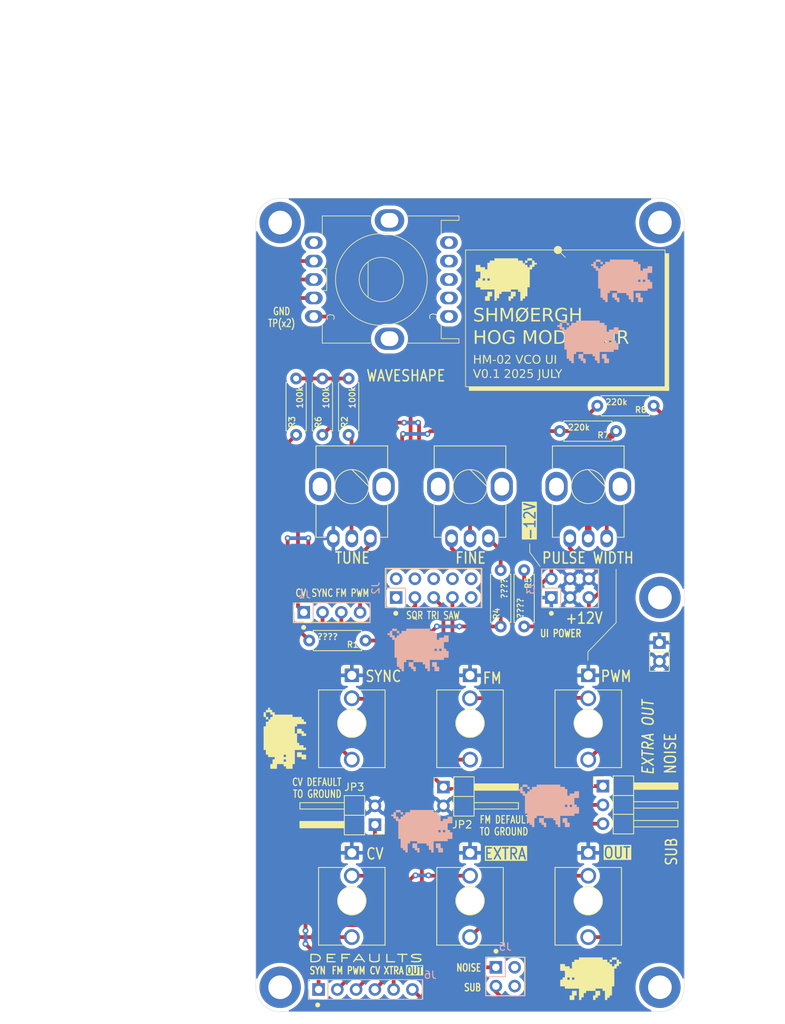
<source format=kicad_pcb>
(kicad_pcb (version 20241229) (generator "pcbnew") (generator_version "9.0")
  (layers (0 "F.Cu" signal) (2 "B.Cu" signal) (13 "F.Paste" user) (15 "B.Paste" user) (5 "F.SilkS" user "F.Silkscreen") (7 "B.SilkS" user "B.Silkscreen") (1 "F.Mask" user) (3 "B.Mask" user) (25 "Edge.Cuts" user))
  (net 0 "")
  (net 1 "HARD_SYNC")
  (net 2 "FM")
  (net 3 "CV")
  (net 4 "SQR_SHAPE")
  (net 7 "TRI")
  (net 9 "SAW")
  (net 11 "SQR")
  (net 12 "+12V")
  (net 13 "GND")
  (net 14 "-12V")
  (net 15 "NOISE")
  (net 16 "SUB")
  (net 17 "Net-(JP1-C)")
  (net 18 "Net-(J_CV1-PadT)")
  (net 19 "EXTRA_DEFAULT")
  (net 20 "OUT_DEFAULT")
  (net 21 "Net-(J_OUT1-PadT)")
  (net 22 "Net-(J_PWM1-PadT)")
  (net 23 "Net-(R1-Pad2)")
  (net 24 "Net-(R2-Pad1)")
  (net 25 "Net-(R4-Pad2)")
  (net 26 "Net-(R5-Pad1)")
  (net 27 "Net-(R6-Pad1)")
  (net 28 "Net-(R7-Pad1)")
  (net 35 "FM_DEFAULT")
  (net 36 "SYNC_DEFAULT")
  (net 37 "PWM_DEFAULT")
  (net 38 "CV_DEFAULT")
  (footprint "Shmoergh_Custom_Footprints:SR1712-0203" (layer "F.Cu") (at 141 55 -90)
    (property "Reference" "U1")
    (property "Value" "0203")
    (fp_text user "C" (at 4.5 7.5 270) (layer "F.SilkS") (effects (font (thickness 0.1)) (justify left bottom)))
    (fp_text user "C" (at 4.4 -6.4 270) (layer "F.SilkS") (effects (font (thickness 0.1)) (justify left bottom)))
    (pad "" thru_hole oval (at -8 -1.1 90) (size 3 4) (drill oval 2 2.4) (layers "*.Cu" "*.Mask"))
    (pad "" thru_hole oval (at 8 -1.1 90) (size 3 4) (drill oval 2 2.4) (layers "*.Cu" "*.Mask"))
    (pad "1" thru_hole oval (at 5 9.15 90) (size 1.7 2.4) (drill 1.15) (layers "*.Cu" "*.Mask") (net 21 "Net-(J_OUT1-PadT)"))
    (pad "2" thru_hole oval (at 2.5 9.15 90) (size 1.7 2.4) (drill 1.15) (layers "*.Cu" "*.Mask") (net 7 "TRI"))
    (pad "3" thru_hole oval (at 0 9.15 90) (size 1.7 2.4) (drill 1.15) (layers "*.Cu" "*.Mask") (net 9 "SAW"))
    (pad "4" thru_hole oval (at -2.5 9.15 90) (size 1.7 2.4) (drill 1.15) (layers "*.Cu" "*.Mask") (net 11 "SQR"))
    (pad "5" thru_hole oval (at -5 9.15 90) (size 1.7 2.4) (drill 1.15) (layers "*.Cu" "*.Mask"))
    (pad "6" thru_hole oval (at -5 -9.15 90) (size 1.7 2.4) (drill 1.15) (layers "*.Cu" "*.Mask"))
    (pad "7" thru_hole oval (at -2.5 -9.15 90) (size 1.7 2.4) (drill 1.15) (layers "*.Cu" "*.Mask"))
    (pad "8" thru_hole oval (at 0 -9.15 90) (size 1.7 2.4) (drill 1.15) (layers "*.Cu" "*.Mask"))
    (pad "9" thru_hole oval (at 2.5 -9.15 90) (size 1.7 2.4) (drill 1.15) (layers "*.Cu" "*.Mask"))
    (pad "10" thru_hole oval (at 5 -9.15 90) (size 1.7 2.4) (drill 1.15) (layers "*.Cu" "*.Mask"))
  )
  (footprint "Connector_PinHeader_2.54mm:PinHeader_1x02_P2.54mm_Horizontal" (layer "F.Cu") (at 140.129 128.709 180)
    (property "Reference" "JP3" (at 2.794 5.08 0) (layer "F.SilkS"))
    (property "Value" "Jumper_2_Open")
    (pad "1" thru_hole rect (at 0 0 180) (size 1.7 1.7) (drill 1) (layers "*.Cu" "*.Mask") (net 38 "CV_DEFAULT"))
    (pad "2" thru_hole circle (at 0 2.54 180) (size 1.7 1.7) (drill 1) (layers "*.Cu" "*.Mask") (net 13 "GND"))
  )
  (footprint "Shmoergh_Custom_Footprints:Jack_3.5mm_QingPu_WQP-PJ398SM_Vertical_CircularHoles" (layer "F.Cu") (at 153 115)
    (property "Reference" "J_FM1")
    (property "Value" "PJ398SM")
    (pad "" np_thru_hole circle (at 0 0) (size 3.4 3.4) (drill 3.4) (layers "*.Cu" "*.Mask"))
    (pad "S" thru_hole rect (at 0 -6.48 180) (size 1.93 1.83) (drill 1.22) (layers "*.Cu" "*.Mask") (net 13 "GND"))
    (pad "T" thru_hole circle (at 0 4.92 180) (size 2.13 2.13) (drill 1.43) (layers "*.Cu" "*.Mask") (net 2 "FM"))
    (pad "TN" thru_hole circle (at 0 -3.38 180) (size 2.13 2.13) (drill 1.42) (layers "*.Cu" "*.Mask") (net 35 "FM_DEFAULT"))
  )
  (footprint "Connector_PinHeader_2.54mm:PinHeader_1x02_P2.54mm_Horizontal" (layer "F.Cu") (at 149.4 123.629)
    (property "Reference" "JP2" (at 2.54 5.08 0) (layer "F.SilkS"))
    (property "Value" "Jumper_2_Open")
    (pad "1" thru_hole rect (at 0 0) (size 1.7 1.7) (drill 1) (layers "*.Cu" "*.Mask") (net 35 "FM_DEFAULT"))
    (pad "2" thru_hole circle (at 0 2.54) (size 1.7 1.7) (drill 1) (layers "*.Cu" "*.Mask") (net 13 "GND"))
  )
  (footprint "Connector_PinSocket_2.54mm:PinSocket_1x02_P2.54mm_Vertical" (layer "F.Cu") (at 178.635 104.091)
    (property "Reference" "J4")
    (property "Value" "Conn_01x02")
    (pad "1" thru_hole rect (at 0 0) (size 1.7 1.7) (drill 1) (layers "*.Cu" "*.Mask") (net 13 "GND"))
    (pad "2" thru_hole circle (at 0 2.54) (size 1.7 1.7) (drill 1) (layers "*.Cu" "*.Mask") (net 13 "GND"))
  )
  (footprint "Shmoergh_Custom_Footprints:Jack_3.5mm_QingPu_WQP-PJ398SM_Vertical_CircularHoles" (layer "F.Cu") (at 153 139)
    (property "Reference" "J_EXTRA_OUT1")
    (property "Value" "PJ398SM")
    (pad "" np_thru_hole circle (at 0 0) (size 3.4 3.4) (drill 3.4) (layers "*.Cu" "*.Mask"))
    (pad "S" thru_hole rect (at 0 -6.48 180) (size 1.93 1.83) (drill 1.22) (layers "*.Cu" "*.Mask") (net 13 "GND"))
    (pad "T" thru_hole circle (at 0 4.92 180) (size 2.13 2.13) (drill 1.43) (layers "*.Cu" "*.Mask") (net 17 "Net-(JP1-C)"))
    (pad "TN" thru_hole circle (at 0 -3.38 180) (size 2.13 2.13) (drill 1.42) (layers "*.Cu" "*.Mask") (net 19 "EXTRA_DEFAULT"))
  )
  (footprint "MountingHole:MountingHole_3.2mm_M3_DIN965_Pad" (layer "F.Cu") (at 178.7 47.3)
    (property "Reference" "H2")
    (property "Value" "MountingHole")
    (pad "1" thru_hole circle (at 0 0) (size 5.6 5.6) (drill 3.2) (layers "*.Cu" "*.Mask"))
  )
  (footprint "Shmoergh_Custom_Footprints:Jack_3.5mm_QingPu_WQP-PJ398SM_Vertical_CircularHoles" (layer "F.Cu") (at 137 139)
    (property "Reference" "J_CV1")
    (property "Value" "PJ398SM")
    (pad "" np_thru_hole circle (at 0 0) (size 3.4 3.4) (drill 3.4) (layers "*.Cu" "*.Mask"))
    (pad "S" thru_hole rect (at 0 -6.48 180) (size 1.93 1.83) (drill 1.22) (layers "*.Cu" "*.Mask") (net 13 "GND"))
    (pad "T" thru_hole circle (at 0 4.92 180) (size 2.13 2.13) (drill 1.43) (layers "*.Cu" "*.Mask") (net 18 "Net-(J_CV1-PadT)"))
    (pad "TN" thru_hole circle (at 0 -3.38 180) (size 2.13 2.13) (drill 1.42) (layers "*.Cu" "*.Mask") (net 38 "CV_DEFAULT"))
  )
  (footprint "MountingHole:MountingHole_3.2mm_M3_DIN965_Pad" (layer "F.Cu") (at 178.7 150.7)
    (property "Reference" "H3")
    (property "Value" "MountingHole")
    (pad "1" thru_hole circle (at 0 0) (size 5.6 5.6) (drill 3.2) (layers "*.Cu" "*.Mask"))
  )
  (footprint "Shmoergh_Custom_Footprints:Jack_3.5mm_QingPu_WQP-PJ398SM_Vertical_CircularHoles" (layer "F.Cu") (at 169 115)
    (property "Reference" "J_PWM1")
    (property "Value" "PJ398SM")
    (pad "" np_thru_hole circle (at 0 0) (size 3.4 3.4) (drill 3.4) (layers "*.Cu" "*.Mask"))
    (pad "S" thru_hole rect (at 0 -6.48 180) (size 1.93 1.83) (drill 1.22) (layers "*.Cu" "*.Mask") (net 13 "GND"))
    (pad "T" thru_hole circle (at 0 4.92 180) (size 2.13 2.13) (drill 1.43) (layers "*.Cu" "*.Mask") (net 22 "Net-(J_PWM1-PadT)"))
    (pad "TN" thru_hole circle (at 0 -3.38 180) (size 2.13 2.13) (drill 1.42) (layers "*.Cu" "*.Mask") (net 37 "PWM_DEFAULT"))
  )
  (footprint "Shmoergh_Custom_Footprints:R_Axial_DIN0207_L6.3mm_D2.5mm_P7.62mm_Horizontal" (layer "F.Cu") (at 136.573 76.004 90)
    (property "Reference" "R2" (at 0.85 -0.55 90) (layer "F.SilkS") (effects (font (size 0.8 0.8)) (justify left)))
    (property "Value" "100k" (at 6.6 0.5 90) (layer "F.SilkS") (effects (font (size 0.8 0.8)) (justify right)))
    (pad "1" thru_hole circle (at 0 0 90) (size 1.6 1.6) (drill 0.8) (layers "*.Cu" "*.Mask") (net 24 "Net-(R2-Pad1)"))
    (pad "2" thru_hole oval (at 7.62 0 90) (size 1.6 1.6) (drill 0.8) (layers "*.Cu" "*.Mask") (net 3 "CV"))
  )
  (footprint "Shmoergh_Logo:Gyeszno" (layer "F.Cu") (at 169.339 149.537)
    (property "Reference" "G***" (hide yes))
    (property "Value" "LOGO" (hide yes))
  )
  (footprint "Shmoergh_Custom_Footprints:Jack_3.5mm_QingPu_WQP-PJ398SM_Vertical_CircularHoles" (layer "F.Cu") (at 169 139)
    (property "Reference" "J_OUT1")
    (property "Value" "PJ398SM")
    (pad "" np_thru_hole circle (at 0 0) (size 3.4 3.4) (drill 3.4) (layers "*.Cu" "*.Mask"))
    (pad "S" thru_hole rect (at 0 -6.48 180) (size 1.93 1.83) (drill 1.22) (layers "*.Cu" "*.Mask") (net 13 "GND"))
    (pad "T" thru_hole circle (at 0 4.92 180) (size 2.13 2.13) (drill 1.43) (layers "*.Cu" "*.Mask") (net 21 "Net-(J_OUT1-PadT)"))
    (pad "TN" thru_hole circle (at 0 -3.38 180) (size 2.13 2.13) (drill 1.42) (layers "*.Cu" "*.Mask") (net 20 "OUT_DEFAULT"))
  )
  (footprint "MountingHole:MountingHole_3.2mm_M3_DIN965_Pad" (layer "F.Cu") (at 127.3 47.3)
    (property "Reference" "H1")
    (property "Value" "MountingHole")
    (pad "1" thru_hole circle (at 0 0) (size 5.6 5.6) (drill 3.2) (layers "*.Cu" "*.Mask"))
  )
  (footprint "MountingHole:MountingHole_3.2mm_M3_DIN965_Pad" (layer "F.Cu") (at 127.3 150.7)
    (property "Reference" "H4")
    (property "Value" "MountingHole")
    (pad "1" thru_hole circle (at 0 0) (size 5.6 5.6) (drill 3.2) (layers "*.Cu" "*.Mask"))
  )
  (footprint "Shmoergh_Custom_Footprints:R_Axial_DIN0207_L6.3mm_D2.5mm_P7.62mm_Horizontal" (layer "F.Cu") (at 160.322 94.292 -90)
    (property "Reference" "R5" (at 0.85 -0.55 90) (layer "F.SilkS") (effects (font (size 0.8 0.8)) (justify right)))
    (property "Value" "????" (at 6.6 0.5 90) (layer "F.SilkS") (effects (font (size 0.8 0.8)) (justify left)))
    (pad "1" thru_hole circle (at 0 0 270) (size 1.6 1.6) (drill 0.8) (layers "*.Cu" "*.Mask") (net 26 "Net-(R5-Pad1)"))
    (pad "2" thru_hole oval (at 7.62 0 270) (size 1.6 1.6) (drill 0.8) (layers "*.Cu" "*.Mask") (net 14 "-12V"))
  )
  (footprint "Shmoergh_Logo:Gyeszno" (layer "F.Cu") (at 157.894 55)
    (property "Reference" "G***" (hide yes))
    (property "Value" "LOGO" (hide yes))
  )
  (footprint "Shmoergh_Custom_Footprints:Potentiometer_Bourns_Single-PTV09A" (layer "F.Cu") (at 169 83)
    (property "Reference" "RV_PWM1")
    (property "Value" "100k")
    (pad "" thru_hole oval (at -4.3 0 180) (size 3 4) (drill oval 2 2.4) (layers "*.Cu" "*.Mask"))
    (pad "" thru_hole oval (at 4.3 0 180) (size 3 4) (drill oval 2 2.4) (layers "*.Cu" "*.Mask"))
    (pad "1" thru_hole oval (at -2.5 7 180) (size 1.7 2.4) (drill 1.15) (layers "*.Cu" "*.Mask") (net 14 "-12V"))
    (pad "2" thru_hole oval (at 0 7 180) (size 1.7 2.4) (drill 1.15) (layers "*.Cu" "*.Mask") (net 28 "Net-(R7-Pad1)"))
    (pad "3" thru_hole oval (at 2.5 7 180) (size 1.7 2.4) (drill 1.15) (layers "*.Cu" "*.Mask") (net 12 "+12V"))
  )
  (footprint "Shmoergh_Custom_Footprints:R_Axial_DIN0207_L6.3mm_D2.5mm_P7.62mm_Horizontal" (layer "F.Cu") (at 133.017 76.004 90)
    (property "Reference" "R6" (at 0.85 -0.55 90) (layer "F.SilkS") (effects (font (size 0.8 0.8)) (justify left)))
    (property "Value" "100k" (at 6.6 0.5 90) (layer "F.SilkS") (effects (font (size 0.8 0.8)) (justify right)))
    (pad "1" thru_hole circle (at 0 0 90) (size 1.6 1.6) (drill 0.8) (layers "*.Cu" "*.Mask") (net 27 "Net-(R6-Pad1)"))
    (pad "2" thru_hole oval (at 7.62 0 90) (size 1.6 1.6) (drill 0.8) (layers "*.Cu" "*.Mask") (net 3 "CV"))
  )
  (footprint "Shmoergh_Custom_Footprints:Potentiometer_Bourns_Single-PTV09A" (layer "F.Cu") (at 137 83)
    (property "Reference" "RV_TUNE1")
    (property "Value" "100k")
    (pad "" thru_hole oval (at -4.3 0 180) (size 3 4) (drill oval 2 2.4) (layers "*.Cu" "*.Mask"))
    (pad "" thru_hole oval (at 4.3 0 180) (size 3 4) (drill oval 2 2.4) (layers "*.Cu" "*.Mask"))
    (pad "1" thru_hole oval (at -2.5 7 180) (size 1.7 2.4) (drill 1.15) (layers "*.Cu" "*.Mask") (net 13 "GND"))
    (pad "2" thru_hole oval (at 0 7 180) (size 1.7 2.4) (drill 1.15) (layers "*.Cu" "*.Mask") (net 24 "Net-(R2-Pad1)"))
    (pad "3" thru_hole oval (at 2.5 7 180) (size 1.7 2.4) (drill 1.15) (layers "*.Cu" "*.Mask") (net 23 "Net-(R1-Pad2)"))
  )
  (footprint "Shmoergh_Custom_Footprints:R_Axial_DIN0207_L6.3mm_D2.5mm_P7.62mm_Horizontal" (layer "F.Cu") (at 129.461 76.004 90)
    (property "Reference" "R3" (at 0.85 -0.55 90) (layer "F.SilkS") (effects (font (size 0.8 0.8)) (justify left)))
    (property "Value" "100k" (at 6.6 0.5 90) (layer "F.SilkS") (effects (font (size 0.8 0.8)) (justify right)))
    (pad "1" thru_hole circle (at 0 0 90) (size 1.6 1.6) (drill 0.8) (layers "*.Cu" "*.Mask") (net 18 "Net-(J_CV1-PadT)"))
    (pad "2" thru_hole oval (at 7.62 0 90) (size 1.6 1.6) (drill 0.8) (layers "*.Cu" "*.Mask") (net 3 "CV"))
  )
  (footprint "Shmoergh_Custom_Footprints:Potentiometer_Bourns_Single-PTV09A" (layer "F.Cu") (at 153 83)
    (property "Reference" "RV_FINE1")
    (property "Value" "100k")
    (pad "" thru_hole oval (at -4.3 0 180) (size 3 4) (drill oval 2 2.4) (layers "*.Cu" "*.Mask"))
    (pad "" thru_hole oval (at 4.3 0 180) (size 3 4) (drill oval 2 2.4) (layers "*.Cu" "*.Mask"))
    (pad "1" thru_hole oval (at -2.5 7 180) (size 1.7 2.4) (drill 1.15) (layers "*.Cu" "*.Mask") (net 26 "Net-(R5-Pad1)"))
    (pad "2" thru_hole oval (at 0 7 180) (size 1.7 2.4) (drill 1.15) (layers "*.Cu" "*.Mask") (net 27 "Net-(R6-Pad1)"))
    (pad "3" thru_hole oval (at 2.5 7 180) (size 1.7 2.4) (drill 1.15) (layers "*.Cu" "*.Mask") (net 25 "Net-(R4-Pad2)"))
  )
  (footprint "Shmoergh_Custom_Footprints:R_Axial_DIN0207_L6.3mm_D2.5mm_P7.62mm_Horizontal" (layer "F.Cu") (at 138.859 103.817 180)
    (property "Reference" "R1" (at 0.85 -0.55 0) (layer "F.SilkS") (effects (font (size 0.8 0.8)) (justify right)))
    (property "Value" "????" (at 6.6 0.5 0) (layer "F.SilkS") (effects (font (size 0.8 0.8)) (justify left)))
    (pad "1" thru_hole circle (at 0 0 180) (size 1.6 1.6) (drill 0.8) (layers "*.Cu" "*.Mask") (net 12 "+12V"))
    (pad "2" thru_hole oval (at 7.62 0 180) (size 1.6 1.6) (drill 0.8) (layers "*.Cu" "*.Mask") (net 23 "Net-(R1-Pad2)"))
  )
  (footprint "Shmoergh_Custom_Footprints:R_Axial_DIN0207_L6.3mm_D2.5mm_P7.62mm_Horizontal" (layer "F.Cu") (at 172.768 75.496 180)
    (property "Reference" "R7" (at 0.85 -0.55 0) (layer "F.SilkS") (effects (font (size 0.8 0.8)) (justify right)))
    (property "Value" "220k" (at 6.6 0.5 0) (layer "F.SilkS") (effects (font (size 0.8 0.8)) (justify left)))
    (pad "1" thru_hole circle (at 0 0 180) (size 1.6 1.6) (drill 0.8) (layers "*.Cu" "*.Mask") (net 28 "Net-(R7-Pad1)"))
    (pad "2" thru_hole oval (at 7.62 0 180) (size 1.6 1.6) (drill 0.8) (layers "*.Cu" "*.Mask") (net 4 "SQR_SHAPE"))
  )
  (footprint "MountingHole:MountingHole_3.2mm_M3_DIN965_Pad" (layer "F.Cu") (at 178.7 98)
    (property "Reference" "H5")
    (property "Value" "MountingHole")
    (pad "1" thru_hole circle (at 0 0) (size 5.6 5.6) (drill 3.2) (layers "*.Cu" "*.Mask"))
  )
  (footprint "Shmoergh_Custom_Footprints:R_Axial_DIN0207_L6.3mm_D2.5mm_P7.62mm_Horizontal" (layer "F.Cu") (at 157.147 101.912 90)
    (property "Reference" "R4" (at 0.85 -0.55 90) (layer "F.SilkS") (effects (font (size 0.8 0.8)) (justify left)))
    (property "Value" "????" (at 6.6 0.5 90) (layer "F.SilkS") (effects (font (size 0.8 0.8)) (justify right)))
    (pad "1" thru_hole circle (at 0 0 90) (size 1.6 1.6) (drill 0.8) (layers "*.Cu" "*.Mask") (net 12 "+12V"))
    (pad "2" thru_hole oval (at 7.62 0 90) (size 1.6 1.6) (drill 0.8) (layers "*.Cu" "*.Mask") (net 25 "Net-(R4-Pad2)"))
  )
  (footprint "Shmoergh_Custom_Footprints:Jack_3.5mm_QingPu_WQP-PJ398SM_Vertical_CircularHoles" (layer "F.Cu") (at 137 115)
    (property "Reference" "J_SYNC1")
    (property "Value" "PJ398SM")
    (pad "" np_thru_hole circle (at 0 0) (size 3.4 3.4) (drill 3.4) (layers "*.Cu" "*.Mask"))
    (pad "S" thru_hole rect (at 0 -6.48 180) (size 1.93 1.83) (drill 1.22) (layers "*.Cu" "*.Mask") (net 13 "GND"))
    (pad "T" thru_hole circle (at 0 4.92 180) (size 2.13 2.13) (drill 1.43) (layers "*.Cu" "*.Mask") (net 1 "HARD_SYNC"))
    (pad "TN" thru_hole circle (at 0 -3.38 180) (size 2.13 2.13) (drill 1.42) (layers "*.Cu" "*.Mask") (net 36 "SYNC_DEFAULT"))
  )
  (footprint "Shmoergh_Logo:Gyeszno" (layer "F.Cu") (at 127.937 117.025 90)
    (property "Reference" "G***" (hide yes))
    (property "Value" "LOGO" (hide yes))
  )
  (footprint "Shmoergh_Custom_Footprints:R_Axial_DIN0207_L6.3mm_D2.5mm_P7.62mm_Horizontal" (layer "F.Cu") (at 177.848 72.067 180)
    (property "Reference" "R8" (at 0.85 -0.55 0) (layer "F.SilkS") (effects (font (size 0.8 0.8)) (justify right)))
    (property "Value" "220k" (at 6.6 0.5 0) (layer "F.SilkS") (effects (font (size 0.8 0.8)) (justify left)))
    (pad "1" thru_hole circle (at 0 0 180) (size 1.6 1.6) (drill 0.8) (layers "*.Cu" "*.Mask") (net 22 "Net-(J_PWM1-PadT)"))
    (pad "2" thru_hole oval (at 7.62 0 180) (size 1.6 1.6) (drill 0.8) (layers "*.Cu" "*.Mask") (net 4 "SQR_SHAPE"))
  )
  (footprint "Connector_PinHeader_2.54mm:PinHeader_1x03_P2.54mm_Horizontal" (layer "F.Cu") (at 170.99 123.502)
    (property "Reference" "JP1")
    (property "Value" "Jumper_3_Open")
    (pad "1" thru_hole rect (at 0 0) (size 1.7 1.7) (drill 1) (layers "*.Cu" "*.Mask") (net 15 "NOISE"))
    (pad "2" thru_hole circle (at 0 2.54) (size 1.7 1.7) (drill 1) (layers "*.Cu" "*.Mask") (net 17 "Net-(JP1-C)"))
    (pad "3" thru_hole circle (at 0 5.08) (size 1.7 1.7) (drill 1) (layers "*.Cu" "*.Mask") (net 16 "SUB"))
  )
  (footprint "Shmoergh_Logo:Gyeszno" (layer "B.Cu") (at 146.479 129.598 180)
    (property "Reference" "G***" (hide yes))
    (property "Value" "LOGO" (hide yes))
  )
  (footprint "Connector_PinSocket_2.54mm:PinSocket_1x04_P2.54mm_Vertical" (layer "B.Cu") (at 130.5 100 -90)
    (property "Reference" "J1" (at -2.406 -0.104 0) (layer "B.SilkS") (effects (justify mirror)))
    (property "Value" "Conn_01x04")
    (pad "1" thru_hole rect (at 0 0 270) (size 1.7 1.7) (drill 1) (layers "*.Cu" "*.Mask") (net 3 "CV"))
    (pad "2" thru_hole circle (at 0 -2.54 270) (size 1.7 1.7) (drill 1) (layers "*.Cu" "*.Mask") (net 1 "HARD_SYNC"))
    (pad "3" thru_hole circle (at 0 -5.08 270) (size 1.7 1.7) (drill 1) (layers "*.Cu" "*.Mask") (net 2 "FM"))
    (pad "4" thru_hole circle (at 0 -7.62 270) (size 1.7 1.7) (drill 1) (layers "*.Cu" "*.Mask") (net 4 "SQR_SHAPE"))
  )
  (footprint "Connector_PinSocket_2.54mm:PinSocket_2x03_P2.54mm_Vertical" (layer "B.Cu") (at 164 98 -90)
    (property "Reference" "J3" (at -1.27 2.77 90) (layer "B.SilkS") (effects (justify mirror)))
    (property "Value" "Conn_02x03_Odd_Even")
    (pad "1" thru_hole rect (at 0 0 270) (size 1.7 1.7) (drill 1) (layers "*.Cu" "*.Mask") (net 13 "GND"))
    (pad "2" thru_hole circle (at -2.54 0 270) (size 1.7 1.7) (drill 1) (layers "*.Cu" "*.Mask") (net 12 "+12V"))
    (pad "3" thru_hole circle (at 0 -2.54 270) (size 1.7 1.7) (drill 1) (layers "*.Cu" "*.Mask") (net 13 "GND"))
    (pad "4" thru_hole circle (at -2.54 -2.54 270) (size 1.7 1.7) (drill 1) (layers "*.Cu" "*.Mask") (net 13 "GND"))
    (pad "5" thru_hole circle (at 0 -5.08 270) (size 1.7 1.7) (drill 1) (layers "*.Cu" "*.Mask") (net 14 "-12V"))
    (pad "6" thru_hole circle (at -2.54 -5.08 270) (size 1.7 1.7) (drill 1) (layers "*.Cu" "*.Mask") (net 13 "GND"))
  )
  (footprint "Connector_PinSocket_2.54mm:PinSocket_1x06_P2.54mm_Vertical" (layer "B.Cu") (at 132.5 151 -90)
    (property "Reference" "J6" (at -1.966 -15.122 0) (layer "B.SilkS") (effects (justify mirror)))
    (property "Value" "Conn_01x06")
    (pad "1" thru_hole rect (at 0 0 270) (size 1.7 1.7) (drill 1) (layers "*.Cu" "*.Mask") (net 36 "SYNC_DEFAULT"))
    (pad "2" thru_hole circle (at 0 -2.54 270) (size 1.7 1.7) (drill 1) (layers "*.Cu" "*.Mask") (net 35 "FM_DEFAULT"))
    (pad "3" thru_hole circle (at 0 -5.08 270) (size 1.7 1.7) (drill 1) (layers "*.Cu" "*.Mask") (net 37 "PWM_DEFAULT"))
    (pad "4" thru_hole circle (at 0 -7.62 270) (size 1.7 1.7) (drill 1) (layers "*.Cu" "*.Mask") (net 38 "CV_DEFAULT"))
    (pad "5" thru_hole circle (at 0 -10.16 270) (size 1.7 1.7) (drill 1) (layers "*.Cu" "*.Mask") (net 19 "EXTRA_DEFAULT"))
    (pad "6" thru_hole circle (at 0 -12.7 270) (size 1.7 1.7) (drill 1) (layers "*.Cu" "*.Mask") (net 20 "OUT_DEFAULT"))
  )
  (footprint "Shmoergh_Logo:Gyeszno" (layer "B.Cu") (at 163.624 126.169 180)
    (property "Reference" "G***" (hide yes))
    (property "Value" "LOGO" (hide yes))
  )
  (footprint "Shmoergh_Logo:Gyeszno" (layer "B.Cu") (at 168.958 63.431 180)
    (property "Reference" "G***" (hide yes))
    (property "Value" "LOGO" (hide yes))
  )
  (footprint "Connector_PinSocket_2.54mm:PinSocket_2x02_P2.54mm_Vertical" (layer "B.Cu") (at 156.5 148 180)
    (property "Reference" "J5" (at -1.27 2.77 0) (layer "B.SilkS") (effects (justify mirror)))
    (property "Value" "Conn_02x02_Counter_Clockwise")
    (pad "1" thru_hole rect (at 0 0 180) (size 1.7 1.7) (drill 1) (layers "*.Cu" "*.Mask") (net 15 "NOISE"))
    (pad "2" thru_hole circle (at -2.54 0 180) (size 1.7 1.7) (drill 1) (layers "*.Cu" "*.Mask"))
    (pad "3" thru_hole circle (at 0 -2.54 180) (size 1.7 1.7) (drill 1) (layers "*.Cu" "*.Mask") (net 16 "SUB"))
    (pad "4" thru_hole circle (at -2.54 -2.54 180) (size 1.7 1.7) (drill 1) (layers "*.Cu" "*.Mask"))
  )
  (footprint "Shmoergh_Logo:Gyeszno" (layer "B.Cu") (at 173.53 55.176 180)
    (property "Reference" "G***" (hide yes))
    (property "Value" "LOGO" (hide yes))
  )
  (footprint "Connector_PinSocket_2.54mm:PinSocket_2x05_P2.54mm_Vertical" (layer "B.Cu") (at 143 98 -90)
    (property "Reference" "J2" (at -1.27 2.77 90) (layer "B.SilkS") (effects (justify mirror)))
    (property "Value" "Conn_02x05_Odd_Even")
    (pad "1" thru_hole rect (at 0 0 270) (size 1.7 1.7) (drill 1) (layers "*.Cu" "*.Mask"))
    (pad "2" thru_hole circle (at -2.54 0 270) (size 1.7 1.7) (drill 1) (layers "*.Cu" "*.Mask"))
    (pad "3" thru_hole circle (at 0 -2.54 270) (size 1.7 1.7) (drill 1) (layers "*.Cu" "*.Mask") (net 11 "SQR"))
    (pad "4" thru_hole circle (at -2.54 -2.54 270) (size 1.7 1.7) (drill 1) (layers "*.Cu" "*.Mask"))
    (pad "5" thru_hole circle (at 0 -5.08 270) (size 1.7 1.7) (drill 1) (layers "*.Cu" "*.Mask") (net 7 "TRI"))
    (pad "6" thru_hole circle (at -2.54 -5.08 270) (size 1.7 1.7) (drill 1) (layers "*.Cu" "*.Mask"))
    (pad "7" thru_hole circle (at 0 -7.62 270) (size 1.7 1.7) (drill 1) (layers "*.Cu" "*.Mask") (net 9 "SAW"))
    (pad "8" thru_hole circle (at -2.54 -7.62 270) (size 1.7 1.7) (drill 1) (layers "*.Cu" "*.Mask"))
    (pad "9" thru_hole circle (at 0 -10.16 270) (size 1.7 1.7) (drill 1) (layers "*.Cu" "*.Mask"))
    (pad "10" thru_hole circle (at -2.54 -10.16 270) (size 1.7 1.7) (drill 1) (layers "*.Cu" "*.Mask"))
  )
  (footprint "Shmoergh_Logo:Gyeszno" (layer "B.Cu") (at 145.971 105.087 180)
    (property "Reference" "G***" (hide yes))
    (property "Value" "LOGO" (hide yes))
  )
  (gr_rect (start 131.112 149.664) (end 146.606 152.331) (stroke (width 0.1)) (fill no) (layer "F.SilkS"))
  (gr_circle (center 142.952981 100.134) (end 143.206981 100.261) (stroke (width 0.1)) (fill yes) (layer "F.SilkS"))
  (gr_line (start 172.768 94.165) (end 172.768 101.404) (stroke (width 0.1)) (layer "F.SilkS"))
  (gr_line (start 172.768 101.404) (end 168.958 105.341) (stroke (width 0.1)) (layer "F.SilkS"))
  (gr_rect (start 162.735 94.165) (end 170.355 99.372) (stroke (width 0.1)) (fill no) (layer "F.SilkS"))
  (gr_rect (start 152.894 69.5) (end 179.894 70) (stroke (width 0.1)) (fill yes) (layer "F.SilkS"))
  (gr_line (start 161.084 90.736) (end 161.084 91.879) (stroke (width 0.1)) (layer "F.SilkS"))
  (gr_line (start 165.894 52) (end 164.894 51) (stroke (width 0.1)) (layer "F.SilkS"))
  (gr_rect (start 129.08 98.737) (end 139.494 101.404) (stroke (width 0.1)) (fill no) (layer "F.SilkS"))
  (gr_line (start 161.084 91.879) (end 162.481 93.784) (stroke (width 0.1)) (layer "F.SilkS"))
  (gr_rect (start 141.526 94.038) (end 154.607 99.372) (stroke (width 0.1)) (fill no) (layer "F.SilkS"))
  (gr_circle (center 132.382 153.093) (end 132.636 153.22) (stroke (width 0.1)) (fill yes) (layer "F.SilkS"))
  (gr_line (start 168.958 105.341) (end 168.958 106.484) (stroke (width 0.1)) (layer "F.SilkS"))
  (gr_rect (start 179.394 51.5) (end 179.894 70) (stroke (width 0.1)) (fill yes) (layer "F.SilkS"))
  (gr_circle (center 164.005 100.134) (end 164.259 100.261) (stroke (width 0.1)) (fill yes) (layer "F.SilkS"))
  (gr_rect (start 152.394 51) (end 179.394 69.5) (stroke (width 0.1)) (fill no) (layer "F.SilkS"))
  (gr_rect (start 155.115 146.616) (end 160.449 151.823) (stroke (width 0.1)) (fill no) (layer "F.SilkS"))
  (gr_circle (center 156.512 145.824019) (end 156.766 145.951019) (stroke (width 0.1)) (fill yes) (layer "F.SilkS"))
  (gr_circle (center 164.894 51) (end 164.894 50.5) (stroke (width 0.1)) (fill yes) (layer "F.SilkS"))
  (gr_circle (center 130.477 102.039) (end 130.731 102.166) (stroke (width 0.1)) (fill yes) (layer "F.SilkS"))
  (gr_line (start 178.7 154) (end 127.3 154) (stroke (width 0.05)) (layer "Edge.Cuts"))
  (gr_arc (start 182 150.7) (mid 181.033452 153.033452) (end 178.7 154) (stroke (width 0.05)) (layer "Edge.Cuts"))
  (gr_line (start 182 47.3) (end 182 150.7) (stroke (width 0.05)) (layer "Edge.Cuts"))
  (gr_line (start 127.3 44) (end 178.7 44) (stroke (width 0.05)) (layer "Edge.Cuts"))
  (gr_line (start 124 150.7) (end 124 47.3) (stroke (width 0.05)) (layer "Edge.Cuts"))
  (gr_arc (start 124 47.3) (mid 124.966548 44.966548) (end 127.3 44) (stroke (width 0.05)) (layer "Edge.Cuts"))
  (gr_arc (start 127.3 154) (mid 124.966548 153.033452) (end 124 150.7) (stroke (width 0.05)) (layer "Edge.Cuts"))
  (gr_arc (start 178.7 44) (mid 181.033452 44.966548) (end 182 47.3) (stroke (width 0.05)) (layer "Edge.Cuts"))
  (gr_text "SHMØERGH \nHOG MODULEUR" (at 153.394 64 0) (layer "F.SilkS") (effects (font (size 1.8 1.8) (thickness 0.1)) (justify left bottom)))
  (gr_text "PWM" (at 138.097 97.975 0) (layer "F.SilkS") (effects (font (size 1 0.75) (thickness 0.15) (bold yes)) (justify bottom)))
  (gr_text "PWM" (at 172.768 109.532 0) (layer "F.SilkS") (effects (font (size 1.5 1.25) (thickness 0.2) (bold yes)) (justify bottom)))
  (gr_text "CV" (at 140.129 133.535 0) (layer "F.SilkS") (effects (font (size 1.5 1.25) (thickness 0.2) (bold yes)) (justify bottom)))
  (gr_text "DEFAULTS" (at 138.859 147.378 0) (layer "F.SilkS") (effects (font (size 1 2.2) (thickness 0.17) (bold yes)) (justify bottom)))
  (gr_text "SUB" (at 153.337 151.315 0) (layer "F.SilkS") (effects (font (size 1 0.75) (thickness 0.17) (bold yes)) (justify bottom)))
  (gr_text "FM" (at 156.004 109.786 0) (layer "F.SilkS") (effects (font (size 1.5 1.25) (thickness 0.2) (bold yes)) (justify bottom)))
  (gr_text "PWM" (at 137.589 149.029 0) (layer "F.SilkS") (effects (font (size 1 0.75) (thickness 0.17) (bold yes)) (justify bottom)))
  (gr_text "CV" (at 140.129 149.029 0) (layer "F.SilkS") (effects (font (size 1 0.75) (thickness 0.17) (bold yes)) (justify bottom)))
  (gr_text "CV DEFAULT\nTO GROUND" (at 135.684 125.153 0) (layer "F.SilkS") (effects (font (size 1 0.75) (thickness 0.15) (bold yes)) (justify right bottom)))
  (gr_text "FINE" (at 153.083 93.53 0) (layer "F.SilkS") (effects (font (size 1.5 1.25) (thickness 0.2) (bold yes)) (justify bottom)))
  (gr_text "SUB" (at 181.14 130.36 90) (layer "F.SilkS") (effects (font (size 1.5 1.25) (thickness 0.2) (bold yes)) (justify right bottom)))
  (gr_text "PULSE WIDTH" (at 168.958 93.53 0) (layer "F.SilkS") (effects (font (size 1.5 1.25) (thickness 0.2) (bold yes)) (justify bottom)))
  (gr_text "FM" (at 135.049 149.029 0) (layer "F.SilkS") (effects (font (size 1 0.75) (thickness 0.17) (bold yes)) (justify bottom)))
  (gr_text "SQR" (at 145.5 101 0) (layer "F.SilkS") (effects (font (size 1 0.75) (thickness 0.15) (bold yes)) (justify bottom)))
  (gr_text "XTRA" (at 142.669 149.029 0) (layer "F.SilkS") (effects (font (size 1 0.75) (thickness 0.17) (bold yes)) (justify bottom)))
  (gr_text "NOISE" (at 181 121.978 90) (layer "F.SilkS") (effects (font (size 1.5 1.25) (thickness 0.2) (bold yes)) (justify left bottom)))
  (gr_text "UI POWER" (at 165.275 103.436 0) (layer "F.SilkS") (effects (font (size 1 0.75) (thickness 0.17) (bold yes)) (justify bottom)))
  (gr_text "TUNE" (at 137.081 93.53 0) (layer "F.SilkS") (effects (font (size 1.5 1.25) (thickness 0.2) (bold yes)) (justify bottom)))
  (gr_text "EXTRA OUT" (at 177.975 122.105 90) (layer "F.SilkS") (effects (font (size 1.5 1.25) (thickness 0.2) (bold yes) (italic yes)) (justify left bottom)))
  (gr_text "+12V" (at 168.45 101.658 0) (layer "F.SilkS") (effects (font (size 1.5 1.25) (thickness 0.2) (bold yes)) (justify bottom)))
  (gr_text "WAVESHAPE" (at 144.32 68.892 0) (layer "F.SilkS") (effects (font (size 1.5 1.25) (thickness 0.2) (bold yes)) (justify bottom)))
  (gr_text "OUT" (at 172.895 133.408 0) (layer "F.SilkS" knockout) (effects (font (size 1.5 1.25) (thickness 0.2) (bold yes)) (justify bottom)))
  (gr_text "SAW" (at 150.5 101 0) (layer "F.SilkS") (effects (font (size 1 0.75) (thickness 0.15) (bold yes)) (justify bottom)))
  (gr_text "EXTRA" (at 157.782 133.535 0) (layer "F.SilkS" knockout) (effects (font (size 1.5 1.25) (thickness 0.2) (bold yes)) (justify bottom)))
  (gr_text "SYNC" (at 141.272 109.532 0) (layer "F.SilkS") (effects (font (size 1.5 1.25) (thickness 0.2) (bold yes)) (justify bottom)))
  (gr_text "SYN" (at 132.382 149.029 0) (layer "F.SilkS") (effects (font (size 1 0.75) (thickness 0.17) (bold yes)) (justify bottom)))
  (gr_text "FM" (at 135.557 97.975 0) (layer "F.SilkS") (effects (font (size 1 0.75) (thickness 0.15) (bold yes)) (justify bottom)))
  (gr_text "OUT" (at 145.463 149.029 0) (layer "F.SilkS" knockout) (effects (font (size 1 0.75) (thickness 0.17) (bold yes)) (justify bottom)))
  (gr_text "NOISE" (at 152.829 148.648 0) (layer "F.SilkS") (effects (font (size 1 0.75) (thickness 0.17) (bold yes)) (justify bottom)))
  (gr_text "SYNC" (at 133.017 97.975 0) (layer "F.SilkS") (effects (font (size 1 0.75) (thickness 0.15) (bold yes)) (justify bottom)))
  (gr_text "GND\nTP(x2)" (at 127.5 61.5 0) (layer "F.SilkS") (effects (font (size 1 0.75) (thickness 0.15) (bold yes)) (justify bottom)))
  (gr_text "-12V" (at 161.973 87.688 90) (layer "F.SilkS" knockout) (effects (font (size 1.5 1.25) (thickness 0.2) (bold yes)) (justify bottom)))
  (gr_text "FM DEFAULT\nTO GROUND" (at 154.226 130.233 0) (layer "F.SilkS") (effects (font (size 1 0.75) (thickness 0.15) (bold yes)) (justify left bottom)))
  (gr_text "TRI" (at 148 101 0) (layer "F.SilkS") (effects (font (size 1 0.75) (thickness 0.15) (bold yes)) (justify bottom)))
  (gr_text "HM-02 VCO UI \nV0.1 2025 JULY" (at 153.394 68.5 0) (layer "F.SilkS") (effects (font (size 1.15 1.15) (thickness 0.1)) (justify left bottom)))
  (gr_text "CV" (at 130.096 97.975 0) (layer "F.SilkS") (effects (font (size 1 0.75) (thickness 0.15) (bold yes)) (justify bottom)))
  (segment (start 133.04 115.96) (end 133.04 100) (width 0.508) (layer "F.Cu") (net 1))
  (segment (start 137 119.92) (end 133.04 115.96) (width 0.508) (layer "F.Cu") (net 1))
  (segment (start 148.358 119.92) (end 153 119.92) (width 0.508) (layer "F.Cu") (net 2))
  (segment (start 135.557 105.595) (end 136.192 106.23) (width 0.508) (layer "F.Cu") (net 2))
  (segment (start 146.606 107.881) (end 146.606 118.168) (width 0.508) (layer "F.Cu") (net 2))
  (segment (start 136.192 106.23) (end 144.955 106.23) (width 0.508) (layer "F.Cu") (net 2))
  (segment (start 135.557 104.117) (end 135.557 105.595) (width 0.508) (layer "F.Cu") (net 2))
  (segment (start 146.606 118.168) (end 148.358 119.92) (width 0.508) (layer "F.Cu") (net 2))
  (segment (start 135.58 104.094) (end 135.557 104.117) (width 0.508) (layer "F.Cu") (net 2))
  (segment (start 135.58 100) (end 135.58 104.094) (width 0.508) (layer "F.Cu") (net 2))
  (segment (start 144.955 106.23) (end 146.606 107.881) (width 0.508) (layer "F.Cu") (net 2))
  (segment (start 131.366 77.401) (end 131.366 68.384) (width 0.508) (layer "F.Cu") (net 3))
  (segment (start 131.366 78.29) (end 131.366 77.401) (width 0.508) (layer "F.Cu") (net 3))
  (segment (start 136.573 68.384) (end 133.017 68.384) (width 0.508) (layer "F.Cu") (net 3))
  (segment (start 129.715 99.215) (end 129.715 79.941) (width 0.508) (layer "F.Cu") (net 3))
  (segment (start 129.715 79.941) (end 131.366 78.29) (width 0.508) (layer "F.Cu") (net 3))
  (segment (start 130.5 100) (end 129.715 99.215) (width 0.508) (layer "F.Cu") (net 3))
  (segment (start 133.017 68.384) (end 131.366 68.384) (width 0.508) (layer "F.Cu") (net 3))
  (segment (start 131.366 68.384) (end 129.461 68.384) (width 0.508) (layer "F.Cu") (net 3))
  (segment (start 143.812 91.371) (end 143.05 92.133) (width 0.508) (layer "F.Cu") (net 4))
  (segment (start 147.241 75.877) (end 147.622 75.496) (width 0.508) (layer "F.Cu") (net 4))
  (segment (start 143.939 75.877) (end 143.812 76.004) (width 0.508) (layer "F.Cu") (net 4))
  (segment (start 166.799 75.496) (end 170.228 72.067) (width 0.508) (layer "F.Cu") (net 4))
  (segment (start 165.148 75.496) (end 166.799 75.496) (width 0.508) (layer "F.Cu") (net 4))
  (segment (start 143.05 92.133) (end 140.383 92.133) (width 0.508) (layer "F.Cu") (net 4))
  (segment (start 140.383 92.133) (end 138.12 94.396) (width 0.508) (layer "F.Cu") (net 4))
  (segment (start 138.12 94.396) (end 138.12 100) (width 0.508) (layer "F.Cu") (net 4))
  (segment (start 147.622 75.496) (end 165.148 75.496) (width 0.508) (layer "F.Cu") (net 4))
  (segment (start 143.812 76.004) (end 143.812 91.371) (width 0.508) (layer "F.Cu") (net 4))
  (via (at 147.241 75.877) (size 0.8) (drill 0.4) (layers "F.Cu" "B.Cu") (net 4))
  (via (at 143.939 75.877) (size 0.8) (drill 0.4) (layers "F.Cu" "B.Cu") (net 4))
  (segment (start 147.241 75.877) (end 143.939 75.877) (width 0.508) (layer "B.Cu") (net 4))
  (segment (start 168.45 105.976) (end 173.022 101.404) (width 0.508) (layer "F.Cu") (net 7))
  (segment (start 128.483 57.5) (end 131.85 57.5) (width 0.508) (layer "F.Cu") (net 7))
  (segment (start 149.4 99.36) (end 149.4 103.817) (width 0.508) (layer "F.Cu") (net 7))
  (segment (start 151.559 105.976) (end 168.45 105.976) (width 0.508) (layer "F.Cu") (net 7))
  (segment (start 139.367 63.812) (end 128.826 63.812) (width 0.508) (layer "F.Cu") (net 7))
  (segment (start 178.102 74.734) (end 171.244 67.876) (width 0.508) (layer "F.Cu") (net 7))
  (segment (start 127.556 58.351) (end 128.445 57.462) (width 0.508) (layer "F.Cu") (net 7))
  (segment (start 178.102 89.212) (end 178.102 74.734) (width 0.508) (layer "F.Cu") (net 7))
  (segment (start 171.244 67.876) (end 143.431 67.876) (width 0.508) (layer "F.Cu") (net 7))
  (segment (start 127.556 62.542) (end 127.556 58.351) (width 0.508) (layer "F.Cu") (net 7))
  (segment (start 128.826 63.812) (end 127.556 62.542) (width 0.508) (layer "F.Cu") (net 7))
  (segment (start 128.445 57.462) (end 128.483 57.5) (width 0.508) (layer "F.Cu") (net 7))
  (segment (start 149.4 103.817) (end 151.559 105.976) (width 0.508) (layer "F.Cu") (net 7))
  (segment (start 173.022 94.292) (end 178.102 89.212) (width 0.508) (layer "F.Cu") (net 7))
  (segment (start 173.022 101.404) (end 173.022 94.292) (width 0.508) (layer "F.Cu") (net 7))
  (segment (start 148.08 98.04) (end 149.4 99.36) (width 0.508) (layer "F.Cu") (net 7))
  (segment (start 143.431 67.876) (end 139.367 63.812) (width 0.508) (layer "F.Cu") (net 7))
  (segment (start 176.832 88.958) (end 176.832 74.861) (width 0.508) (layer "F.Cu") (net 9))
  (segment (start 143.05 69.273) (end 139.113 65.336) (width 0.508) (layer "F.Cu") (net 9))
  (segment (start 171.244 69.273) (end 143.05 69.273) (width 0.508) (layer "F.Cu") (net 9))
  (segment (start 126.286 56.192) (end 127.478 55) (width 0.508) (layer "F.Cu") (net 9))
  (segment (start 150.62 103.386) (end 152.194 104.96) (width 0.508) (layer "F.Cu") (net 9))
  (segment (start 126.286 64.066) (end 126.286 56.192) (width 0.508) (layer "F.Cu") (net 9))
  (segment (start 172.133 93.657) (end 176.832 88.958) (width 0.508) (layer "F.Cu") (net 9))
  (segment (start 139.113 65.336) (end 127.556 65.336) (width 0.508) (layer "F.Cu") (net 9))
  (segment (start 176.832 74.861) (end 171.244 69.273) (width 0.508) (layer "F.Cu") (net 9))
  (segment (start 172.133 100.642) (end 172.133 93.657) (width 0.508) (layer "F.Cu") (net 9))
  (segment (start 127.478 55) (end 131.85 55) (width 0.508) (layer "F.Cu") (net 9))
  (segment (start 127.556 65.336) (end 126.286 64.066) (width 0.508) (layer "F.Cu") (net 9))
  (segment (start 150.62 98.04) (end 150.62 103.386) (width 0.508) (layer "F.Cu") (net 9))
  (segment (start 167.815 104.96) (end 172.133 100.642) (width 0.508) (layer "F.Cu") (net 9))
  (segment (start 152.194 104.96) (end 167.815 104.96) (width 0.508) (layer "F.Cu") (net 9))
  (segment (start 145.59 98.09) (end 145.59 99.118) (width 0.508) (layer "F.Cu") (net 11))
  (segment (start 140.256 99.118) (end 140.256 93.657) (width 0.508) (layer "F.Cu") (net 11))
  (segment (start 140.256 93.657) (end 140.891 93.022) (width 0.508) (layer "F.Cu") (net 11))
  (segment (start 141.399 100.261) (end 140.256 99.118) (width 0.508) (layer "F.Cu") (net 11))
  (segment (start 144.955 72.956) (end 138.605 66.606) (width 0.508) (layer "F.Cu") (net 11))
  (segment (start 140.891 93.022) (end 143.558 93.022) (width 0.508) (layer "F.Cu") (net 11))
  (segment (start 125.016 53.906) (end 126.422 52.5) (width 0.508) (layer "F.Cu") (net 11))
  (segment (start 143.558 93.022) (end 144.955 91.625) (width 0.508) (layer "F.Cu") (net 11))
  (segment (start 144.447 100.261) (end 141.399 100.261) (width 0.508) (layer "F.Cu") (net 11))
  (segment (start 125.016 64.701) (end 125.016 53.906) (width 0.508) (layer "F.Cu") (net 11))
  (segment (start 144.955 91.625) (end 144.955 72.956) (width 0.508) (layer "F.Cu") (net 11))
  (segment (start 126.921 66.606) (end 125.016 64.701) (width 0.508) (layer "F.Cu") (net 11))
  (segment (start 126.422 52.5) (end 131.85 52.5) (width 0.508) (layer "F.Cu") (net 11))
  (segment (start 138.605 66.606) (end 126.921 66.606) (width 0.508) (layer "F.Cu") (net 11))
  (segment (start 145.54 98.04) (end 145.59 98.09) (width 0.508) (layer "F.Cu") (net 11))
  (segment (start 145.59 99.118) (end 144.447 100.261) (width 0.508) (layer "F.Cu") (net 11))
  (segment (start 173.657 73.21) (end 171.752 73.21) (width 0.508) (layer "F.Cu") (net 12))
  (segment (start 146.606 103.817) (end 138.859 103.817) (width 0.508) (layer "F.Cu") (net 12))
  (segment (start 157.147 100.134) (end 157.147 101.912) (width 0.508) (layer "F.Cu") (net 12))
  (segment (start 170.355 80.576) (end 174.927 76.004) (width 0.508) (layer "F.Cu") (net 12))
  (segment (start 159.687 99.118) (end 158.163 99.118) (width 0.508) (layer "F.Cu") (net 12))
  (segment (start 174.927 74.48) (end 173.657 73.21) (width 0.508) (layer "F.Cu") (net 12))
  (segment (start 163.345 95.46) (end 159.687 99.118) (width 0.508) (layer "F.Cu") (net 12))
  (segment (start 167.307 86.418) (end 166.164 87.561) (width 0.508) (layer "F.Cu") (net 12))
  (segment (start 167.307 77.655) (end 167.307 86.418) (width 0.508) (layer "F.Cu") (net 12))
  (segment (start 164 95.46) (end 163.345 95.46) (width 0.508) (layer "F.Cu") (net 12))
  (segment (start 170.355 84.64) (end 170.355 80.576) (width 0.508) (layer "F.Cu") (net 12))
  (segment (start 174.927 76.004) (end 174.927 74.48) (width 0.508) (layer "F.Cu") (net 12))
  (segment (start 166.164 87.561) (end 164.894 87.561) (width 0.508) (layer "F.Cu") (net 12))
  (segment (start 164.894 87.561) (end 164.005 88.45) (width 0.508) (layer "F.Cu") (net 12))
  (segment (start 164.005 88.45) (end 164.005 95.455) (width 0.508) (layer "F.Cu") (net 12))
  (segment (start 151.559 101.912) (end 157.147 101.912) (width 0.508) (layer "F.Cu") (net 12))
  (segment (start 171.5 90) (end 171.5 85.785) (width 0.508) (layer "F.Cu") (net 12))
  (segment (start 171.5 85.785) (end 170.355 84.64) (width 0.508) (layer "F.Cu") (net 12))
  (segment (start 158.163 99.118) (end 157.147 100.134) (width 0.508) (layer "F.Cu") (net 12))
  (segment (start 171.752 73.21) (end 167.307 77.655) (width 0.508) (layer "F.Cu") (net 12))
  (segment (start 148.511 101.912) (end 146.606 103.817) (width 0.508) (layer "F.Cu") (net 12))
  (via (at 151.559 101.912) (size 0.8) (drill 0.4) (layers "F.Cu" "B.Cu") (net 12))
  (via (at 148.511 101.912) (size 0.8) (drill 0.4) (layers "F.Cu" "B.Cu") (net 12))
  (segment (start 148.511 101.912) (end 151.559 101.912) (width 0.508) (layer "B.Cu") (net 12))
  (segment (start 160.322 101.912) (end 167.307 101.912) (width 0.508) (layer "F.Cu") (net 14))
  (segment (start 167.307 101.912) (end 169.08 100.139) (width 0.508) (layer "F.Cu") (net 14))
  (segment (start 170.863 96.959) (end 169.822 98) (width 0.508) (layer "F.Cu") (net 14))
  (segment (start 170.228 92.387) (end 170.863 93.022) (width 0.508) (layer "F.Cu") (net 14))
  (segment (start 169.08 100.139) (end 169.08 98) (width 0.508) (layer "F.Cu") (net 14))
  (segment (start 166.5 91.326) (end 167.561 92.387) (width 0.508) (layer "F.Cu") (net 14))
  (segment (start 166.5 90) (end 166.5 91.326) (width 0.508) (layer "F.Cu") (net 14))
  (segment (start 169.822 98) (end 169.08 98) (width 0.508) (layer "F.Cu") (net 14))
  (segment (start 170.863 93.022) (end 170.863 96.959) (width 0.508) (layer "F.Cu") (net 14))
  (segment (start 167.561 92.387) (end 170.228 92.387) (width 0.508) (layer "F.Cu") (net 14))
  (segment (start 148.257 129.471) (end 146.479 131.249) (width 0.508) (layer "F.Cu") (net 15))
  (segment (start 162.862 123.502) (end 156.893 129.471) (width 0.508) (layer "F.Cu") (net 15))
  (segment (start 156.893 129.471) (end 148.257 129.471) (width 0.508) (layer "F.Cu") (net 15))
  (segment (start 146.479 146.108) (end 148.384 148.013) (width 0.508) (layer "F.Cu") (net 15))
  (segment (start 170.99 123.502) (end 162.862 123.502) (width 0.508) (layer "F.Cu") (net 15))
  (segment (start 150.67 148.013) (end 150.683 148) (width 0.508) (layer "F.Cu") (net 15))
  (segment (start 146.479 131.249) (end 146.479 146.108) (width 0.508) (layer "F.Cu") (net 15))
  (segment (start 148.384 148.013) (end 150.67 148.013) (width 0.508) (layer "F.Cu") (net 15))
  (segment (start 150.683 148) (end 156.46 148) (width 0.508) (layer "F.Cu") (net 15))
  (segment (start 161.465 151.188) (end 160.322 152.331) (width 0.508) (layer "F.Cu") (net 16))
  (segment (start 164.64 128.582) (end 161.465 131.757) (width 0.508) (layer "F.Cu") (net 16))
  (segment (start 170.99 128.582) (end 164.64 128.582) (width 0.508) (layer "F.Cu") (net 16))
  (segment (start 157.528 152.331) (end 156.46 151.263) (width 0.508) (layer "F.Cu") (net 16))
  (segment (start 160.322 152.331) (end 157.528 152.331) (width 0.508) (layer "F.Cu") (net 16))
  (segment (start 161.465 131.757) (end 161.465 151.188) (width 0.508) (layer "F.Cu") (net 16))
  (segment (start 156.46 151.263) (end 156.46 150.54) (width 0.508) (layer "F.Cu") (net 16))
  (segment (start 163.878 126.042) (end 170.99 126.042) (width 0.508) (layer "F.Cu") (net 17))
  (segment (start 158.036 138.884) (end 158.036 131.884) (width 0.508) (layer "F.Cu") (net 17))
  (segment (start 158.036 131.884) (end 163.878 126.042) (width 0.508) (layer "F.Cu") (net 17))
  (segment (start 153 143.92) (end 158.036 138.884) (width 0.508) (layer "F.Cu") (net 17))
  (segment (start 126.159 141.155) (end 128.924 143.92) (width 0.508) (layer "F.Cu") (net 18))
  (segment (start 126.159 79.306) (end 126.159 141.155) (width 0.508) (layer "F.Cu") (net 18))
  (segment (start 128.924 143.92) (end 137 143.92) (width 0.508) (layer "F.Cu") (net 18))
  (segment (start 129.461 76.004) (end 126.159 79.306) (width 0.508) (layer "F.Cu") (net 18))
  (segment (start 142.66 138.37) (end 142.66 151) (width 0.508) (layer "F.Cu") (net 19))
  (segment (start 145.463 135.567) (end 142.66 138.37) (width 0.508) (layer "F.Cu") (net 19))
  (segment (start 147.368 135.567) (end 147.421 135.62) (width 0.508) (layer "F.Cu") (net 19))
  (segment (start 145.625 135.567) (end 145.463 135.567) (width 0.508) (layer "F.Cu") (net 19))
  (segment (start 147.421 135.62) (end 153 135.62) (width 0.508) (layer "F.Cu") (net 19))
  (via (at 145.625 135.567) (size 0.8) (drill 0.4) (layers "F.Cu" "B.Cu") (net 19))
  (via (at 147.368 135.567) (size 0.8) (drill 0.4) (layers "F.Cu" "B.Cu") (net 19))
  (segment (start 145.625 135.567) (end 147.368 135.567) (width 0.508) (layer "B.Cu") (net 19))
  (segment (start 147.42 153.22) (end 162.1 153.22) (width 0.508) (layer "F.Cu") (net 20))
  (segment (start 166.238 135.62) (end 169 135.62) (width 0.508) (layer "F.Cu") (net 20))
  (segment (start 162.1 153.22) (end 164.259 151.061) (width 0.508) (layer "F.Cu") (net 20))
  (segment (start 164.259 137.599) (end 166.238 135.62) (width 0.508) (layer "F.Cu") (net 20))
  (segment (start 145.2 151) (end 147.42 153.22) (width 0.508) (layer "F.Cu") (net 20))
  (segment (start 164.259 151.061) (end 164.259 137.599) (width 0.508) (layer "F.Cu") (net 20))
  (segment (start 180.388 90.228) (end 180.388 72.067) (width 0.508) (layer "F.Cu") (net 21))
  (segment (start 150.67 66.352) (end 144.32 60.002) (width 0.508) (layer "F.Cu") (net 21))
  (segment (start 144.32 60.002) (end 144.322 60) (width 0.508) (layer "F.Cu") (net 21))
  (segment (start 144.322 60) (end 131.85 60) (width 0.508) (layer "F.Cu") (net 21))
  (segment (start 171.527 143.92) (end 174.927 140.52) (width 0.508) (layer "F.Cu") (net 21))
  (segment (start 169 143.92) (end 171.527 143.92) (width 0.508) (layer "F.Cu") (net 21))
  (segment (start 174.673 66.352) (end 150.67 66.352) (width 0.508) (layer "F.Cu") (net 21))
  (segment (start 180.388 72.067) (end 174.673 66.352) (width 0.508) (layer "F.Cu") (net 21))
  (segment (start 174.927 140.52) (end 174.927 95.689) (width 0.508) (layer "F.Cu") (net 21))
  (segment (start 174.927 95.689) (end 180.388 90.228) (width 0.508) (layer "F.Cu") (net 21))
  (segment (start 179.245 73.464) (end 177.848 72.067) (width 0.508) (layer "F.Cu") (net 22))
  (segment (start 173.911 95.054) (end 179.245 89.72) (width 0.508) (layer "F.Cu") (net 22))
  (segment (start 169 119.92) (end 173.911 115.009) (width 0.508) (layer "F.Cu") (net 22))
  (segment (start 173.911 115.009) (end 173.911 95.054) (width 0.508) (layer "F.Cu") (net 22))
  (segment (start 179.245 89.72) (end 179.245 73.464) (width 0.508) (layer "F.Cu") (net 22))
  (segment (start 128.318 100.896) (end 128.318 89.974) (width 0.508) (layer "F.Cu") (net 23))
  (segment (start 139.5 90) (end 139.5 90.857) (width 0.508) (layer "F.Cu") (net 23))
  (segment (start 137.081 93.276) (end 131.874 93.276) (width 0.508) (layer "F.Cu") (net 23))
  (segment (start 131.112 92.514) (end 131.112 89.974) (width 0.508) (layer "F.Cu") (net 23))
  (segment (start 131.874 93.276) (end 131.112 92.514) (width 0.508) (layer "F.Cu") (net 23))
  (segment (start 131.239 103.817) (end 128.318 100.896) (width 0.508) (layer "F.Cu") (net 23))
  (segment (start 139.5 90.857) (end 137.081 93.276) (width 0.508) (layer "F.Cu") (net 23))
  (via (at 131.112 89.974) (size 0.8) (drill 0.4) (layers "F.Cu" "B.Cu") (net 23))
  (via (at 128.318 89.974) (size 0.8) (drill 0.4) (layers "F.Cu" "B.Cu") (net 23))
  (segment (start 128.318 89.974) (end 131.112 89.974) (width 0.508) (layer "B.Cu") (net 23))
  (segment (start 136.954 89.954) (end 136.954 76.385) (width 0.508) (layer "F.Cu") (net 24))
  (segment (start 137 90) (end 136.954 89.954) (width 0.508) (layer "F.Cu") (net 24))
  (segment (start 136.954 76.385) (end 136.573 76.004) (width 0.508) (layer "F.Cu") (net 24))
  (segment (start 157.147 91.647) (end 155.5 90) (width 0.508) (layer "F.Cu") (net 25))
  (segment (start 157.147 94.292) (end 157.147 91.647) (width 0.508) (layer "F.Cu") (net 25))
  (segment (start 155.242 94.165) (end 153.591 92.514) (width 0.508) (layer "F.Cu") (net 26))
  (segment (start 150.5 91.328) (end 150.5 90) (width 0.508) (layer "F.Cu") (net 26))
  (segment (start 155.242 95.943) (end 155.242 94.165) (width 0.508) (layer "F.Cu") (net 26))
  (segment (start 160.322 94.292) (end 160.322 95.816) (width 0.508) (layer "F.Cu") (net 26))
  (segment (start 156.131 96.832) (end 155.242 95.943) (width 0.508) (layer "F.Cu") (net 26))
  (segment (start 160.322 95.816) (end 159.306 96.832) (width 0.508) (layer "F.Cu") (net 26))
  (segment (start 151.686 92.514) (end 150.5 91.328) (width 0.508) (layer "F.Cu") (net 26))
  (segment (start 159.306 96.832) (end 156.131 96.832) (width 0.508) (layer "F.Cu") (net 26))
  (segment (start 153.591 92.514) (end 151.686 92.514) (width 0.508) (layer "F.Cu") (net 26))
  (segment (start 146.098 86.291) (end 147.368 87.561) (width 0.508) (layer "F.Cu") (net 27))
  (segment (start 134.668 74.353) (end 133.017 76.004) (width 0.508) (layer "F.Cu") (net 27))
  (segment (start 144.066 74.353) (end 134.668 74.353) (width 0.508) (layer "F.Cu") (net 27))
  (segment (start 146.098 74.48) (end 146.098 86.291) (width 0.508) (layer "F.Cu") (net 27))
  (segment (start 147.368 87.561) (end 152.448 87.561) (width 0.508) (layer "F.Cu") (net 27))
  (segment (start 145.971 74.353) (end 146.098 74.48) (width 0.508) (layer "F.Cu") (net 27))
  (segment (start 153 88.113) (end 153 90) (width 0.508) (layer "F.Cu") (net 27))
  (segment (start 152.448 87.561) (end 153 88.113) (width 0.508) (layer "F.Cu") (net 27))
  (via (at 145.971 74.353) (size 0.8) (drill 0.4) (layers "F.Cu" "B.Cu") (net 27))
  (via (at 144.066 74.353) (size 0.8) (drill 0.4) (layers "F.Cu" "B.Cu") (net 27))
  (segment (start 145.971 74.353) (end 144.066 74.353) (width 0.508) (layer "B.Cu") (net 27))
  (segment (start 169 90) (end 169 79.264) (width 0.889) (layer "F.Cu") (net 28))
  (segment (start 169 79.264) (end 172.768 75.496) (width 0.889) (layer "F.Cu") (net 28))
  (segment (start 155.044 111.62) (end 153 111.62) (width 0.508) (layer "F.Cu") (net 35))
  (segment (start 132.89 140.774) (end 132.89 129.217) (width 0.508) (layer "F.Cu") (net 35))
  (segment (start 135.04 151) (end 138.986 147.054) (width 0.508) (layer "F.Cu") (net 35))
  (segment (start 138.986 143.06) (end 138.224 142.298) (width 0.508) (layer "F.Cu") (net 35))
  (segment (start 148.003 122.232) (end 149.4 123.629) (width 0.508) (layer "F.Cu") (net 35))
  (segment (start 138.986 147.054) (end 138.986 143.06) (width 0.508) (layer "F.Cu") (net 35))
  (segment (start 156.512 121.47) (end 156.512 113.088) (width 0.508) (layer "F.Cu") (net 35))
  (segment (start 132.89 129.217) (end 139.875 122.232) (width 0.508) (layer "F.Cu") (net 35))
  (segment (start 154.099 123.883) (end 156.512 121.47) (width 0.508) (layer "F.Cu") (net 35))
  (segment (start 149.4 123.629) (end 149.654 123.883) (width 0.508) (layer "F.Cu") (net 35))
  (segment (start 156.512 113.088) (end 155.044 111.62) (width 0.508) (layer "F.Cu") (net 35))
  (segment (start 134.414 142.298) (end 132.89 140.774) (width 0.508) (layer "F.Cu") (net 35))
  (segment (start 138.224 142.298) (end 134.414 142.298) (width 0.508) (layer "F.Cu") (net 35))
  (segment (start 139.875 122.232) (end 148.003 122.232) (width 0.508) (layer "F.Cu") (net 35))
  (segment (start 149.654 123.883) (end 154.099 123.883) (width 0.508) (layer "F.Cu") (net 35))
  (segment (start 130.731 129.852) (end 140.129 120.454) (width 0.508) (layer "F.Cu") (net 36))
  (segment (start 132.5 146.607) (end 130.731 144.838) (width 0.508) (layer "F.Cu") (net 36))
  (segment (start 140.129 112.961) (end 138.859 111.691) (width 0.508) (layer "F.Cu") (net 36))
  (segment (start 140.129 120.454) (end 140.129 112.961) (width 0.508) (layer "F.Cu") (net 36))
  (segment (start 138.859 111.691) (end 137.071 111.691) (width 0.508) (layer "F.Cu") (net 36))
  (segment (start 132.5 151) (end 132.5 146.607) (width 0.508) (layer "F.Cu") (net 36))
  (segment (start 130.731 143.06) (end 130.731 129.852) (width 0.508) (layer "F.Cu") (net 36))
  (segment (start 137.071 111.691) (end 137 111.62) (width 0.508) (layer "F.Cu") (net 36))
  (via (at 130.731 143.06) (size 0.8) (drill 0.4) (layers "F.Cu" "B.Cu") (net 36))
  (via (at 130.731 144.838) (size 0.8) (drill 0.4) (layers "F.Cu" "B.Cu") (net 36))
  (segment (start 130.731 144.838) (end 130.731 143.06) (width 0.508) (layer "B.Cu") (net 36))
  (segment (start 140.002 142.679) (end 138.732 141.409) (width 0.508) (layer "F.Cu") (net 37))
  (segment (start 166.291 111.564) (end 168.944 111.564) (width 0.508) (layer "F.Cu") (net 37))
  (segment (start 142.161 123.756) (end 146.606 128.201) (width 0.508) (layer "F.Cu") (net 37))
  (segment (start 140.002 148.578) (end 140.002 142.679) (width 0.508) (layer "F.Cu") (net 37))
  (segment (start 138.732 141.409) (end 135.049 141.409) (width 0.508) (layer "F.Cu") (net 37))
  (segment (start 146.606 128.201) (end 155.242 128.201) (width 0.508) (layer "F.Cu") (net 37))
  (segment (start 168.944 111.564) (end 169 111.62) (width 0.508) (layer "F.Cu") (net 37))
  (segment (start 137.58 151) (end 140.002 148.578) (width 0.508) (layer "F.Cu") (net 37))
  (segment (start 155.242 128.201) (end 164.259 119.184) (width 0.508) (layer "F.Cu") (net 37))
  (segment (start 164.259 119.184) (end 164.259 113.596) (width 0.508) (layer "F.Cu") (net 37))
  (segment (start 133.779 129.979) (end 133.652 129.852) (width 0.508) (layer "F.Cu") (net 37))
  (segment (start 133.779 140.139) (end 133.779 129.979) (width 0.508) (layer "F.Cu") (net 37))
  (segment (start 164.259 113.596) (end 166.291 111.564) (width 0.508) (layer "F.Cu") (net 37))
  (segment (start 139.748 123.756) (end 142.161 123.756) (width 0.508) (layer "F.Cu") (net 37))
  (segment (start 133.652 129.852) (end 139.748 123.756) (width 0.508) (layer "F.Cu") (net 37))
  (segment (start 135.049 141.409) (end 133.779 140.139) (width 0.508) (layer "F.Cu") (net 37))
  (segment (start 140.129 135.44) (end 139.4305 136.1385) (width 0.508) (layer "F.Cu") (net 38))
  (segment (start 141.018 150.102) (end 141.018 137.726) (width 0.508) (layer "F.Cu") (net 38))
  (segment (start 138.912 135.62) (end 137 135.62) (width 0.508) (layer "F.Cu") (net 38))
  (segment (start 139.4305 136.1385) (end 138.912 135.62) (width 0.508) (layer "F.Cu") (net 38))
  (segment (start 141.018 137.726) (end 139.4305 136.1385) (width 0.508) (layer "F.Cu") (net 38))
  (segment (start 140.12 151) (end 141.018 150.102) (width 0.508) (layer "F.Cu") (net 38))
  (segment (start 140.129 128.709) (end 140.129 135.44) (width 0.508) (layer "F.Cu") (net 38))
  (zone (net 13) (net_name "GND") (layer "B.Cu") (connect_pads (clearance 0.5)) (min_thickness 0.25) (fill yes (thermal_gap 0.5) (thermal_bridge_width 0.5))
    (polygon (pts (xy 124 44) (xy 182 44) (xy 182 154) (xy 124 154)))
  )
)
</source>
